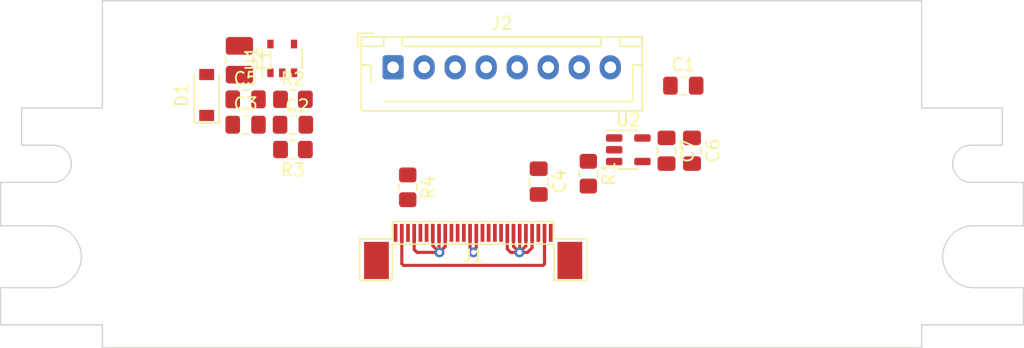
<source format=kicad_pcb>
(kicad_pcb (version 20221018) (generator pcbnew)
  (layers (0 "F.Cu" signal) (31 "B.Cu" signal) (34 "B.Paste" user) (35 "F.Paste" user) (36 "B.SilkS" user "B.Silkscreen") (37 "F.SilkS" user "F.Silkscreen") (38 "B.Mask" user) (39 "F.Mask" user) (44 "Edge.Cuts" user))
  (net 0 "")
  (net 1 "+5V")
  (net 2 "GND")
  (net 3 "Net-(C2-Pad1)")
  (net 4 "Net-(C2-Pad2)")
  (net 5 "+12V")
  (net 6 "Net-(C4-Pad2)")
  (net 7 "+3V0")
  (net 11 "/MOSI")
  (net 12 "/SCLK")
  (net 13 "/~{DC}")
  (net 14 "/RESET")
  (net 15 "/~{CS}")
  (net 16 "Net-(J1-Pad24)")
  (net 18 "/ENABLE")
  (footprint "Capacitor_SMD:C_0805_2012Metric_Pad1.18x1.45mm_HandSolder" (layer "F.Cu") (at 159.4 86.05 -90)
    (fp_text reference "C7" (at 0 -1.68 90) (layer "F.SilkS"))
    (fp_text value "100n")
    (fp_line (start -0.261252 -0.735) (end 0.261252 -0.735) (stroke (width 0.12)) (layer "F.SilkS"))
    (fp_line (start -0.261252 0.735) (end 0.261252 0.735) (stroke (width 0.12)) (layer "F.SilkS"))
    (pad "1" smd roundrect (at -1.0375 0 270) (size 1.175 1.45) (layers "F.Cu" "F.Paste" "F.Mask") (roundrect_rratio 0.212766) (net 7 "+3V0"))
    (pad "2" smd roundrect (at 1.0375 0 270) (size 1.175 1.45) (layers "F.Cu" "F.Paste" "F.Mask") (roundrect_rratio 0.212766) (net 2 "GND"))
  )
  (footprint "Diode_SMD:D_SOD-123" (layer "F.Cu") (at 122.35 81.55 90)
    (fp_text reference "D1" (at 0 -2 90) (layer "F.SilkS"))
    (fp_text value "D_Small")
    (fp_line (start -2.25 -1) (end -2.25 1) (stroke (width 0.12)) (layer "F.SilkS"))
    (fp_line (start -2.25 -1) (end 1.65 -1) (stroke (width 0.12)) (layer "F.SilkS"))
    (fp_line (start -2.25 1) (end 1.65 1) (stroke (width 0.12)) (layer "F.SilkS"))
    (pad "1" smd rect (at -1.65 0 90) (size 0.9 1.2) (layers "F.Cu" "F.Paste" "F.Mask") (net 5 "+12V"))
    (pad "2" smd rect (at 1.65 0 90) (size 0.9 1.2) (layers "F.Cu" "F.Paste" "F.Mask") (net 3 "Net-(C2-Pad1)"))
  )
  (footprint "Resistor_SMD:R_0805_2012Metric_Pad1.20x1.40mm_HandSolder" (layer "F.Cu") (at 138.55 89 -90)
    (fp_text reference "R4" (at 0 -1.65 90) (layer "F.SilkS"))
    (fp_text value "680k")
    (fp_line (start -0.227064 -0.735) (end 0.227064 -0.735) (stroke (width 0.12)) (layer "F.SilkS"))
    (fp_line (start -0.227064 0.735) (end 0.227064 0.735) (stroke (width 0.12)) (layer "F.SilkS"))
    (pad "1" smd roundrect (at -1 0 270) (size 1.2 1.4) (layers "F.Cu" "F.Paste" "F.Mask") (roundrect_rratio 0.208333) (net 2 "GND"))
    (pad "2" smd roundrect (at 1 0 270) (size 1.2 1.4) (layers "F.Cu" "F.Paste" "F.Mask") (roundrect_rratio 0.208333) (net 16 "Net-(J1-Pad24)"))
  )
  (footprint "Capacitor_SMD:C_0805_2012Metric_Pad1.18x1.45mm_HandSolder" (layer "F.Cu") (at 129.3 83.95)
    (fp_text reference "C2" (at 0.35 -1.5175) (layer "F.SilkS"))
    (fp_text value "100n")
    (fp_line (start -0.261252 -0.735) (end 0.261252 -0.735) (stroke (width 0.12)) (layer "F.SilkS"))
    (fp_line (start -0.261252 0.735) (end 0.261252 0.735) (stroke (width 0.12)) (layer "F.SilkS"))
    (pad "1" smd roundrect (at -1.0375 0) (size 1.175 1.45) (layers "F.Cu" "F.Paste" "F.Mask") (roundrect_rratio 0.212766) (net 3 "Net-(C2-Pad1)"))
    (pad "2" smd roundrect (at 1.0375 0) (size 1.175 1.45) (layers "F.Cu" "F.Paste" "F.Mask") (roundrect_rratio 0.212766) (net 4 "Net-(C2-Pad2)"))
  )
  (footprint "Capacitor_SMD:C_0805_2012Metric_Pad1.18x1.45mm_HandSolder" (layer "F.Cu") (at 160.75 80.8)
    (fp_text reference "C1" (at 0 -1.68) (layer "F.SilkS"))
    (fp_text value "4.7u")
    (fp_line (start -0.261252 -0.735) (end 0.261252 -0.735) (stroke (width 0.12)) (layer "F.SilkS"))
    (fp_line (start -0.261252 0.735) (end 0.261252 0.735) (stroke (width 0.12)) (layer "F.SilkS"))
    (pad "1" smd roundrect (at -1.0375 0) (size 1.175 1.45) (layers "F.Cu" "F.Paste" "F.Mask") (roundrect_rratio 0.212766) (net 1 "+5V"))
    (pad "2" smd roundrect (at 1.0375 0) (size 1.175 1.45) (layers "F.Cu" "F.Paste" "F.Mask") (roundrect_rratio 0.212766) (net 2 "GND"))
  )
  (footprint "Capacitor_SMD:C_0805_2012Metric_Pad1.18x1.45mm_HandSolder" (layer "F.Cu") (at 125.4875 83.95)
    (fp_text reference "C3" (at 0 -1.68) (layer "F.SilkS"))
    (fp_text value "100n")
    (fp_line (start -0.261252 -0.735) (end 0.261252 -0.735) (stroke (width 0.12)) (layer "F.SilkS"))
    (fp_line (start -0.261252 0.735) (end 0.261252 0.735) (stroke (width 0.12)) (layer "F.SilkS"))
    (pad "1" smd roundrect (at -1.0375 0) (size 1.175 1.45) (layers "F.Cu" "F.Paste" "F.Mask") (roundrect_rratio 0.212766) (net 5 "+12V"))
    (pad "2" smd roundrect (at 1.0375 0) (size 1.175 1.45) (layers "F.Cu" "F.Paste" "F.Mask") (roundrect_rratio 0.212766) (net 2 "GND"))
  )
  (footprint "Package_TO_SOT_SMD:SOT-23-5" (layer "F.Cu") (at 156.32 85.97)
    (fp_text reference "U2" (at 0 -2.4) (layer "F.SilkS"))
    (fp_text value "SPX3819M5-L-3-0")
    (fp_line (start 0 -1.56) (end -1.8 -1.56) (stroke (width 0.12)) (layer "F.SilkS"))
    (fp_line (start 0 -1.56) (end 0.8 -1.56) (stroke (width 0.12)) (layer "F.SilkS"))
    (fp_line (start 0 1.56) (end -0.8 1.56) (stroke (width 0.12)) (layer "F.SilkS"))
    (fp_line (start 0 1.56) (end 0.8 1.56) (stroke (width 0.12)) (layer "F.SilkS"))
    (pad "1" smd roundrect (at -1.1375 -0.95) (size 1.325 0.6) (layers "F.Cu" "F.Paste" "F.Mask") (net 1 "+5V"))
    (pad "2" smd roundrect (at -1.1375 0) (size 1.325 0.6) (layers "F.Cu" "F.Paste" "F.Mask") (net 2 "GND"))
    (pad "3" smd roundrect (at -1.1375 0.95) (size 1.325 0.6) (layers "F.Cu" "F.Paste" "F.Mask") (net 18 "/ENABLE"))
    (pad "4" smd roundrect (at 1.1375 0.95) (size 1.325 0.6) (layers "F.Cu" "F.Paste" "F.Mask"))
    (pad "5" smd roundrect (at 1.1375 -0.95) (size 1.325 0.6) (layers "F.Cu" "F.Paste" "F.Mask") (net 7 "+3V0"))
  )
  (footprint "Package_SO:TSOP-5_1.65x3.05mm_P0.95mm" (layer "F.Cu") (at 128.4375 78.6 90)
    (fp_text reference "U1" (at 0 -2.45 90) (layer "F.SilkS"))
    (fp_text value "FAN5331SX")
    (fp_line (start -0.8 1.6) (end 0.8 1.6) (stroke (width 0.12)) (layer "F.SilkS"))
    (fp_line (start 0.8 -1.6) (end -1.5 -1.6) (stroke (width 0.12)) (layer "F.SilkS"))
    (pad "1" smd rect (at -1.16 -0.95 90) (size 0.7 0.51) (layers "F.Cu" "F.Paste" "F.Mask") (net 3 "Net-(C2-Pad1)"))
    (pad "2" smd rect (at -1.16 0 90) (size 0.7 0.51) (layers "F.Cu" "F.Paste" "F.Mask") (net 2 "GND"))
    (pad "3" smd rect (at -1.16 0.95 90) (size 0.7 0.51) (layers "F.Cu" "F.Paste" "F.Mask") (net 4 "Net-(C2-Pad2)"))
    (pad "4" smd rect (at 1.16 0.95 90) (size 0.7 0.51) (layers "F.Cu" "F.Paste" "F.Mask") (net 18 "/ENABLE"))
    (pad "5" smd rect (at 1.16 -0.95 90) (size 0.7 0.51) (layers "F.Cu" "F.Paste" "F.Mask") (net 1 "+5V"))
  )
  (footprint "Resistor_SMD:R_0805_2012Metric_Pad1.20x1.40mm_HandSolder" (layer "F.Cu") (at 129.3 81.9)
    (fp_text reference "R2" (at 0 -1.65) (layer "F.SilkS"))
    (fp_text value "100k")
    (fp_line (start -0.227064 -0.735) (end 0.227064 -0.735) (stroke (width 0.12)) (layer "F.SilkS"))
    (fp_line (start -0.227064 0.735) (end 0.227064 0.735) (stroke (width 0.12)) (layer "F.SilkS"))
    (pad "1" smd roundrect (at -1 0) (size 1.2 1.4) (layers "F.Cu" "F.Paste" "F.Mask") (roundrect_rratio 0.208333) (net 3 "Net-(C2-Pad1)"))
    (pad "2" smd roundrect (at 1 0) (size 1.2 1.4) (layers "F.Cu" "F.Paste" "F.Mask") (roundrect_rratio 0.208333) (net 4 "Net-(C2-Pad2)"))
  )
  (footprint "Inductor_SMD:L_1008_2520Metric_Pad1.43x2.20mm_HandSolder" (layer "F.Cu") (at 124.9875 78.75 -90)
    (fp_text reference "L1" (at 0 -2.05 90) (layer "F.SilkS"))
    (fp_text value "10uH")
    (fp_line (start -0.261252 -1.11) (end 0.261252 -1.11) (stroke (width 0.12)) (layer "F.SilkS"))
    (fp_line (start -0.261252 1.11) (end 0.261252 1.11) (stroke (width 0.12)) (layer "F.SilkS"))
    (pad "1" smd roundrect (at -1.1625 0 270) (size 1.425 2.2) (layers "F.Cu" "F.Paste" "F.Mask") (roundrect_rratio 0.175439) (net 1 "+5V"))
    (pad "2" smd roundrect (at 1.1625 0 270) (size 1.425 2.2) (layers "F.Cu" "F.Paste" "F.Mask") (roundrect_rratio 0.175439) (net 3 "Net-(C2-Pad1)"))
  )
  (footprint "Personal:ER-CON26HT-1" (layer "F.Cu") (at 143.82 92.675)
    (fp_text reference "J1" (at 0 1.875) (layer "F.SilkS"))
    (fp_text value "ER-OLED018-1")
    (fp_line (start -9.15 0.485) (end -6.5 0.485) (stroke (width 0.12)) (layer "F.SilkS"))
    (fp_line (start -9.15 3.845) (end -9.15 0.485) (stroke (width 0.12)) (layer "F.SilkS"))
    (fp_line (start -6.5 -0.905) (end 6.5 -0.905) (stroke (width 0.12)) (layer "F.SilkS"))
    (fp_line (start -6.5 0.485) (end -6.5 -0.905) (stroke (width 0.12)) (layer "F.SilkS"))
    (fp_line (start -6.5 0.905) (end -6.5 3.845) (stroke (width 0.12)) (layer "F.SilkS"))
    (fp_line (start -6.5 0.905) (end 6.5 0.905) (stroke (width 0.12)) (layer "F.SilkS"))
    (fp_line (start -6.5 3.845) (end -9.15 3.845) (stroke (width 0.12)) (layer "F.SilkS"))
    (fp_line (start 6.5 0.485) (end 6.5 -0.905) (stroke (width 0.12)) (layer "F.SilkS"))
    (fp_line (start 6.5 0.905) (end 6.5 3.845) (stroke (width 0.12)) (layer "F.SilkS"))
    (fp_line (start 6.5 3.845) (end 9.15 3.845) (stroke (width 0.12)) (layer "F.SilkS"))
    (fp_line (start 9.15 0.485) (end 6.5 0.485) (stroke (width 0.12)) (layer "F.SilkS"))
    (fp_line (start 9.15 3.845) (end 9.15 0.485) (stroke (width 0.12)) (layer "F.SilkS"))
    (pad "1" smd rect (at 6.25 0) (size 0.3 1.45) (layers "F.Cu" "F.Paste" "F.Mask"))
    (pad "2" smd rect (at 5.75 0) (size 0.3 1.45) (layers "F.Cu" "F.Paste" "F.Mask") (net 5 "+12V"))
    (pad "3" smd rect (at 5.25 0) (size 0.3 1.45) (layers "F.Cu" "F.Paste" "F.Mask") (net 6 "Net-(C4-Pad2)"))
    (pad "4" smd rect (at 4.75 0) (size 0.3 1.45) (layers "F.Cu" "F.Paste" "F.Mask") (net 2 "GND"))
    (pad "5" smd rect (at 4.25 0) (size 0.3 1.45) (layers "F.Cu" "F.Paste" "F.Mask") (net 2 "GND"))
    (pad "6" smd rect (at 3.75 0) (size 0.3 1.45) (layers "F.Cu" "F.Paste" "F.Mask") (net 2 "GND"))
    (pad "7" smd rect (at 3.25 0) (size 0.3 1.45) (layers "F.Cu" "F.Paste" "F.Mask") (net 2 "GND"))
    (pad "8" smd rect (at 2.75 0) (size 0.3 1.45) (layers "F.Cu" "F.Paste" "F.Mask") (net 2 "GND"))
    (pad "9" smd rect (at 2.25 0) (size 0.3 1.45) (layers "F.Cu" "F.Paste" "F.Mask"))
    (pad "10" smd rect (at 1.75 0) (size 0.3 1.45) (layers "F.Cu" "F.Paste" "F.Mask"))
    (pad "11" smd rect (at 1.25 0) (size 0.3 1.45) (layers "F.Cu" "F.Paste" "F.Mask") (net 11 "/MOSI"))
    (pad "12" smd rect (at 0.75 0) (size 0.3 1.45) (layers "F.Cu" "F.Paste" "F.Mask") (net 12 "/SCLK"))
    (pad "13" smd rect (at 0.25 0) (size 0.3 1.45) (layers "F.Cu" "F.Paste" "F.Mask") (net 2 "GND"))
    (pad "14" smd rect (at -0.25 0) (size 0.3 1.45) (layers "F.Cu" "F.Paste" "F.Mask") (net 2 "GND"))
    (pad "15" smd rect (at -0.75 0) (size 0.3 1.45) (layers "F.Cu" "F.Paste" "F.Mask") (net 13 "/~{DC}"))
    (pad "16" smd rect (at -1.25 0) (size 0.3 1.45) (layers "F.Cu" "F.Paste" "F.Mask") (net 14 "/RESET"))
    (pad "17" smd rect (at -1.75 0) (size 0.3 1.45) (layers "F.Cu" "F.Paste" "F.Mask") (net 15 "/~{CS}"))
    (pad "18" smd rect (at -2.25 0) (size 0.3 1.45) (layers "F.Cu" "F.Paste" "F.Mask") (net 2 "GND"))
    (pad "19" smd rect (at -2.75 0) (size 0.3 1.45) (layers "F.Cu" "F.Paste" "F.Mask") (net 2 "GND"))
    (pad "20" smd rect (at -3.25 0) (size 0.3 1.45) (layers "F.Cu" "F.Paste" "F.Mask") (net 2 "GND"))
    (pad "21" smd rect (at -3.75 0) (size 0.3 1.45) (layers "F.Cu" "F.Paste" "F.Mask") (net 7 "+3V0"))
    (pad "22" smd rect (at -4.25 0) (size 0.3 1.45) (layers "F.Cu" "F.Paste" "F.Mask") (net 7 "+3V0"))
    (pad "23" smd rect (at -4.75 0) (size 0.3 1.45) (layers "F.Cu" "F.Paste" "F.Mask") (net 2 "GND"))
    (pad "24" smd rect (at -5.25 0) (size 0.3 1.45) (layers "F.Cu" "F.Paste" "F.Mask") (net 16 "Net-(J1-Pad24)"))
    (pad "25" smd rect (at -5.75 0) (size 0.3 1.45) (layers "F.Cu" "F.Paste" "F.Mask") (net 5 "+12V"))
    (pad "26" smd rect (at -6.25 0) (size 0.3 1.45) (layers "F.Cu" "F.Paste" "F.Mask"))
    (pad "MT" smd rect (at -7.79 2.225) (size 2 3) (layers "F.Cu" "F.Paste" "F.Mask"))
    (pad "MT" smd rect (at 7.79 2.225) (size 2 3) (layers "F.Cu" "F.Paste" "F.Mask"))
  )
  (footprint "Capacitor_SMD:C_0805_2012Metric_Pad1.18x1.45mm_HandSolder" (layer "F.Cu") (at 161.45 86.05 -90)
    (fp_text reference "C6" (at 0 -1.68 90) (layer "F.SilkS"))
    (fp_text value "4.7u")
    (fp_line (start -0.261252 -0.735) (end 0.261252 -0.735) (stroke (width 0.12)) (layer "F.SilkS"))
    (fp_line (start -0.261252 0.735) (end 0.261252 0.735) (stroke (width 0.12)) (layer "F.SilkS"))
    (pad "1" smd roundrect (at -1.0375 0 270) (size 1.175 1.45) (layers "F.Cu" "F.Paste" "F.Mask") (roundrect_rratio 0.212766) (net 7 "+3V0"))
    (pad "2" smd roundrect (at 1.0375 0 270) (size 1.175 1.45) (layers "F.Cu" "F.Paste" "F.Mask") (roundrect_rratio 0.212766) (net 2 "GND"))
  )
  (footprint "Connector_JST:JST_XH_B8B-XH-AM_1x08_P2.50mm_Vertical" (layer "F.Cu") (at 137.37 79.32)
    (fp_text reference "J2" (at 8.75 -3.55) (layer "F.SilkS"))
    (fp_text value "Conn_01x08")
    (fp_line (start -2.85 -2.75) (end -2.85 -1.5) (stroke (width 0.12)) (layer "F.SilkS"))
    (fp_line (start -2.56 -2.46) (end -2.56 3.51) (stroke (width 0.12)) (layer "F.SilkS"))
    (fp_line (start -2.56 3.51) (end 20.06 3.51) (stroke (width 0.12)) (layer "F.SilkS"))
    (fp_line (start -2.55 -2.45) (end -2.55 -1.7) (stroke (width 0.12)) (layer "F.SilkS"))
    (fp_line (start -2.55 -1.7) (end -0.75 -1.7) (stroke (width 0.12)) (layer "F.SilkS"))
    (fp_line (start -2.55 -0.2) (end -1.8 -0.2) (stroke (width 0.12)) (layer "F.SilkS"))
    (fp_line (start -1.8 -0.2) (end -1.8 1.14) (stroke (width 0.12)) (layer "F.SilkS"))
    (fp_line (start -1.6 -2.75) (end -2.85 -2.75) (stroke (width 0.12)) (layer "F.SilkS"))
    (fp_line (start -0.75 -2.45) (end -2.55 -2.45) (stroke (width 0.12)) (layer "F.SilkS"))
    (fp_line (start -0.75 -1.7) (end -0.75 -2.45) (stroke (width 0.12)) (layer "F.SilkS"))
    (fp_line (start 0.75 -2.45) (end 0.75 -1.7) (stroke (width 0.12)) (layer "F.SilkS"))
    (fp_line (start 0.75 -1.7) (end 16.75 -1.7) (stroke (width 0.12)) (layer "F.SilkS"))
    (fp_line (start 8.75 2.75) (end -0.74 2.75) (stroke (width 0.12)) (layer "F.SilkS"))
    (fp_line (start 16.75 -2.45) (end 0.75 -2.45) (stroke (width 0.12)) (layer "F.SilkS"))
    (fp_line (start 16.75 -1.7) (end 16.75 -2.45) (stroke (width 0.12)) (layer "F.SilkS"))
    (fp_line (start 18.25 -2.45) (end 18.25 -1.7) (stroke (width 0.12)) (layer "F.SilkS"))
    (fp_line (start 18.25 -1.7) (end 20.05 -1.7) (stroke (width 0.12)) (layer "F.SilkS"))
    (fp_line (start 19.3 -0.2) (end 19.3 2.75) (stroke (width 0.12)) (layer "F.SilkS"))
    (fp_line (start 19.3 2.75) (end 8.75 2.75) (stroke (width 0.12)) (layer "F.SilkS"))
    (fp_line (start 20.05 -2.45) (end 18.25 -2.45) (stroke (width 0.12)) (layer "F.SilkS"))
    (fp_line (start 20.05 -1.7) (end 20.05 -2.45) (stroke (width 0.12)) (layer "F.SilkS"))
    (fp_line (start 20.05 -0.2) (end 19.3 -0.2) (stroke (width 0.12)) (layer "F.SilkS"))
    (fp_line (start 20.06 -2.46) (end -2.56 -2.46) (stroke (width 0.12)) (layer "F.SilkS"))
    (fp_line (start 20.06 3.51) (end 20.06 -2.46) (stroke (width 0.12)) (layer "F.SilkS"))
    (pad "" np_thru_hole circle (at -1.6 2) (size 1.2 1.2) (drill 1.2) (layers "*.Cu" "*.Mask"))
    (pad "1" thru_hole roundrect (at 0 0) (size 1.7 1.95) (drill 0.95) (layers "*.Cu" "*.Mask") (roundrect_rratio 0.147059) (net 1 "+5V"))
    (pad "2" thru_hole oval (at 2.5 0) (size 1.7 1.95) (drill 0.95) (layers "*.Cu" "*.Mask") (net 18 "/ENABLE"))
    (pad "3" thru_hole oval (at 5 0) (size 1.7 1.95) (drill 0.95) (layers "*.Cu" "*.Mask") (net 15 "/~{CS}"))
    (pad "4" thru_hole oval (at 7.5 0) (size 1.7 1.95) (drill 0.95) (layers "*.Cu" "*.Mask") (net 14 "/RESET"))
    (pad "5" thru_hole oval (at 10 0) (size 1.7 1.95) (drill 0.95) (layers "*.Cu" "*.Mask") (net 13 "/~{DC}"))
    (pad "6" thru_hole oval (at 12.5 0) (size 1.7 1.95) (drill 0.95) (layers "*.Cu" "*.Mask") (net 12 "/SCLK"))
    (pad "7" thru_hole oval (at 15 0) (size 1.7 1.95) (drill 0.95) (layers "*.Cu" "*.Mask") (net 11 "/MOSI"))
    (pad "8" thru_hole oval (at 17.5 0) (size 1.7 1.95) (drill 0.95) (layers "*.Cu" "*.Mask") (net 2 "GND"))
  )
  (footprint "Resistor_SMD:R_0805_2012Metric_Pad1.20x1.40mm_HandSolder" (layer "F.Cu") (at 153.1 87.9 -90)
    (fp_text reference "R1" (at 0 -1.65 90) (layer "F.SilkS"))
    (fp_text value "R_Small")
    (fp_line (start -0.227064 -0.735) (end 0.227064 -0.735) (stroke (width 0.12)) (layer "F.SilkS"))
    (fp_line (start -0.227064 0.735) (end 0.227064 0.735) (stroke (width 0.12)) (layer "F.SilkS"))
    (pad "1" smd roundrect (at -1 0 270) (size 1.2 1.4) (layers "F.Cu" "F.Paste" "F.Mask") (roundrect_rratio 0.208333) (net 18 "/ENABLE"))
    (pad "2" smd roundrect (at 1 0 270) (size 1.2 1.4) (layers "F.Cu" "F.Paste" "F.Mask") (roundrect_rratio 0.208333) (net 2 "GND"))
  )
  (footprint "Capacitor_SMD:C_0805_2012Metric_Pad1.18x1.45mm_HandSolder" (layer "F.Cu") (at 125.4875 81.9)
    (fp_text reference "C5" (at 0 -1.68) (layer "F.SilkS"))
    (fp_text value "4.7u/25V")
    (fp_line (start -0.261252 -0.735) (end 0.261252 -0.735) (stroke (width 0.12)) (layer "F.SilkS"))
    (fp_line (start -0.261252 0.735) (end 0.261252 0.735) (stroke (width 0.12)) (layer "F.SilkS"))
    (pad "1" smd roundrect (at -1.0375 0) (size 1.175 1.45) (layers "F.Cu" "F.Paste" "F.Mask") (roundrect_rratio 0.212766) (net 5 "+12V"))
    (pad "2" smd roundrect (at 1.0375 0) (size 1.175 1.45) (layers "F.Cu" "F.Paste" "F.Mask") (roundrect_rratio 0.212766) (net 2 "GND"))
  )
  (footprint "Capacitor_SMD:C_0805_2012Metric_Pad1.18x1.45mm_HandSolder" (layer "F.Cu") (at 149.1 88.5375 -90)
    (fp_text reference "C4" (at 0 -1.68 90) (layer "F.SilkS"))
    (fp_text value "4.7u/25V")
    (fp_line (start -0.261252 -0.735) (end 0.261252 -0.735) (stroke (width 0.12)) (layer "F.SilkS"))
    (fp_line (start -0.261252 0.735) (end 0.261252 0.735) (stroke (width 0.12)) (layer "F.SilkS"))
    (pad "1" smd roundrect (at -1.0375 0 270) (size 1.175 1.45) (layers "F.Cu" "F.Paste" "F.Mask") (roundrect_rratio 0.212766) (net 2 "GND"))
    (pad "2" smd roundrect (at 1.0375 0 270) (size 1.175 1.45) (layers "F.Cu" "F.Paste" "F.Mask") (roundrect_rratio 0.212766) (net 6 "Net-(C4-Pad2)"))
  )
  (footprint "Resistor_SMD:R_0805_2012Metric_Pad1.20x1.40mm_HandSolder" (layer "F.Cu") (at 129.3 85.95 180)
    (fp_text reference "R3" (at 0 -1.65) (layer "F.SilkS"))
    (fp_text value "10k")
    (fp_line (start -0.227064 -0.735) (end 0.227064 -0.735) (stroke (width 0.12)) (layer "F.SilkS"))
    (fp_line (start -0.227064 0.735) (end 0.227064 0.735) (stroke (width 0.12)) (layer "F.SilkS"))
    (pad "1" smd roundrect (at -1 0 180) (size 1.2 1.4) (layers "F.Cu" "F.Paste" "F.Mask") (roundrect_rratio 0.208333) (net 4 "Net-(C2-Pad2)"))
    (pad "2" smd roundrect (at 1 0 180) (size 1.2 1.4) (layers "F.Cu" "F.Paste" "F.Mask") (roundrect_rratio 0.208333) (net 2 "GND"))
  )
  (gr_arc (start 109.75 92.1) (mid 112.25 94.6) (end 109.75 97.1) (stroke (width 0.1)) (layer "Edge.Cuts"))
  (gr_line (start 109.75 97.1) (end 105.75 97.1) (stroke (width 0.1)) (layer "Edge.Cuts"))
  (gr_line (start 105.75 97.1) (end 105.75 100.1) (stroke (width 0.1)) (layer "Edge.Cuts"))
  (gr_line (start 113.95 73.95) (end 179.95 73.95) (stroke (width 0.1)) (layer "Edge.Cuts"))
  (gr_line (start 188.15 100.1) (end 188.15 97.1) (stroke (width 0.1)) (layer "Edge.Cuts"))
  (gr_line (start 107.45 85.6) (end 109.95 85.6) (stroke (width 0.1)) (layer "Edge.Cuts"))
  (gr_line (start 188.15 92.1) (end 188.15 88.6) (stroke (width 0.1)) (layer "Edge.Cuts"))
  (gr_line (start 113.95 100.1) (end 113.95 101.95) (stroke (width 0.1)) (layer "Edge.Cuts"))
  (gr_arc (start 184.15 97.1) (mid 181.65 94.6) (end 184.15 92.1) (stroke (width 0.1)) (layer "Edge.Cuts"))
  (gr_line (start 179.95 101.95) (end 113.95 101.95) (stroke (width 0.1)) (layer "Edge.Cuts"))
  (gr_line (start 107.45 82.6) (end 113.95 82.6) (stroke (width 0.1)) (layer "Edge.Cuts"))
  (gr_line (start 188.15 92.1) (end 184.15 92.1) (stroke (width 0.1)) (layer "Edge.Cuts"))
  (gr_line (start 179.95 73.95) (end 179.95 82.6) (stroke (width 0.1)) (layer "Edge.Cuts"))
  (gr_line (start 113.95 82.6) (end 113.95 73.95) (stroke (width 0.1)) (layer "Edge.Cuts"))
  (gr_line (start 179.95 100.1) (end 179.95 101.95) (stroke (width 0.1)) (layer "Edge.Cuts"))
  (gr_line (start 109.95 88.6) (end 105.75 88.6) (stroke (width 0.1)) (layer "Edge.Cuts"))
  (gr_line (start 183.95 85.6) (end 186.45 85.6) (stroke (width 0.1)) (layer "Edge.Cuts"))
  (gr_line (start 188.15 97.1) (end 184.15 97.1) (stroke (width 0.1)) (layer "Edge.Cuts"))
  (gr_line (start 179.95 82.6) (end 186.45 82.6) (stroke (width 0.1)) (layer "Edge.Cuts"))
  (gr_line (start 188.15 88.6) (end 183.95 88.6) (stroke (width 0.1)) (layer "Edge.Cuts"))
  (gr_line (start 105.75 88.6) (end 105.75 92.1) (stroke (width 0.1)) (layer "Edge.Cuts"))
  (gr_line (start 186.45 82.6) (end 186.45 85.6) (stroke (width 0.1)) (layer "Edge.Cuts"))
  (gr_line (start 107.45 85.6) (end 107.45 82.6) (stroke (width 0.1)) (layer "Edge.Cuts"))
  (gr_line (start 179.95 100.1) (end 188.15 100.1) (stroke (width 0.1)) (layer "Edge.Cuts"))
  (gr_arc (start 109.95 85.6) (mid 111.45 87.1) (end 109.95 88.6) (stroke (width 0.1)) (layer "Edge.Cuts"))
  (gr_arc (start 183.95 88.6) (mid 182.45 87.1) (end 183.95 85.6) (stroke (width 0.1)) (layer "Edge.Cuts"))
  (gr_line (start 105.75 100.1) (end 113.95 100.1) (stroke (width 0.1)) (layer "Edge.Cuts"))
  (gr_line (start 109.75 92.1) (end 105.75 92.1) (stroke (width 0.1)) (layer "Edge.Cuts"))
  (segment (start 141.57 93.78) (end 141.1 94.25) (width 0.25) (layer "F.Cu") (net 2))
  (segment (start 141.57 92.675) (end 141.57 93.78) (width 0.25) (layer "F.Cu") (net 2))
  (segment (start 147.57 92.675) (end 147.57 94.23) (width 0.25) (layer "F.Cu") (net 2))
  (segment (start 141.07 92.675) (end 141.07 94.22) (width 0.25) (layer "F.Cu") (net 2))
  (segment (start 148.07 93.73) (end 147.55 94.25) (width 0.25) (layer "F.Cu") (net 2))
  (segment (start 148.57 93.88) (end 148.2 94.25) (width 0.25) (layer "F.Cu") (net 2))
  (segment (start 147.07 93.77) (end 147.55 94.25) (width 0.25) (layer "F.Cu") (net 2))
  (segment (start 140.57 93.72) (end 141.1 94.25) (width 0.25) (layer "F.Cu") (net 2))
  (segment (start 144.07 92.675) (end 144.07 94.03) (width 0.25) (layer "F.Cu") (net 2))
  (segment (start 139.07 94.02) (end 139.3 94.25) (width 0.25) (layer "F.Cu") (net 2))
  (segment (start 147.57 94.23) (end 147.55 94.25) (width 0.25) (layer "F.Cu") (net 2))
  (segment (start 148.57 92.675) (end 148.57 93.88) (width 0.25) (layer "F.Cu") (net 2))
  (segment (start 139.07 92.675) (end 139.07 94.02) (width 0.25) (layer "F.Cu") (net 2))
  (segment (start 139.3 94.25) (end 141.1 94.25) (width 0.25) (layer "F.Cu") (net 2))
  (segment (start 143.57 92.675) (end 143.57 93.97) (width 0.25) (layer "F.Cu") (net 2))
  (segment (start 146.85 94.25) (end 147.55 94.25) (width 0.25) (layer "F.Cu") (net 2))
  (segment (start 148.07 92.675) (end 148.07 93.73) (width 0.25) (layer "F.Cu") (net 2))
  (segment (start 143.57 93.97) (end 143.85 94.25) (width 0.25) (layer "F.Cu") (net 2))
  (segment (start 148.2 94.25) (end 147.55 94.25) (width 0.25) (layer "F.Cu") (net 2))
  (segment (start 140.57 92.675) (end 140.57 93.72) (width 0.25) (layer "F.Cu") (net 2))
  (segment (start 146.57 92.675) (end 146.57 93.97) (width 0.25) (layer "F.Cu") (net 2))
  (segment (start 147.07 92.675) (end 147.07 93.77) (width 0.25) (layer "F.Cu") (net 2))
  (segment (start 146.57 93.97) (end 146.85 94.25) (width 0.25) (layer "F.Cu") (net 2))
  (segment (start 141.07 94.22) (end 141.1 94.25) (width 0.25) (layer "F.Cu") (net 2))
  (segment (start 144.07 94.03) (end 143.85 94.25) (width 0.25) (layer "F.Cu") (net 2))
  (via (at 143.85 94.25) (size 0.8) (drill 0.4) (layers "F.Cu" "B.Cu") (net 2))
  (via (at 141.1 94.25) (size 0.8) (drill 0.4) (layers "F.Cu" "B.Cu") (net 2))
  (via (at 147.55 94.25) (size 0.8) (drill 0.4) (layers "F.Cu" "B.Cu") (net 2))
  (segment (start 138.07 95.17) (end 138.07 92.675) (width 0.25) (layer "F.Cu") (net 5))
  (segment (start 149.57 92.675) (end 149.57 95.18) (width 0.25) (layer "F.Cu") (net 5))
  (segment (start 149.45 95.3) (end 138.2 95.3) (width 0.25) (layer "F.Cu") (net 5))
  (segment (start 149.57 95.18) (end 149.45 95.3) (width 0.25) (layer "F.Cu") (net 5))
  (segment (start 138.2 95.3) (end 138.07 95.17) (width 0.25) (layer "F.Cu") (net 5))
)
</source>
